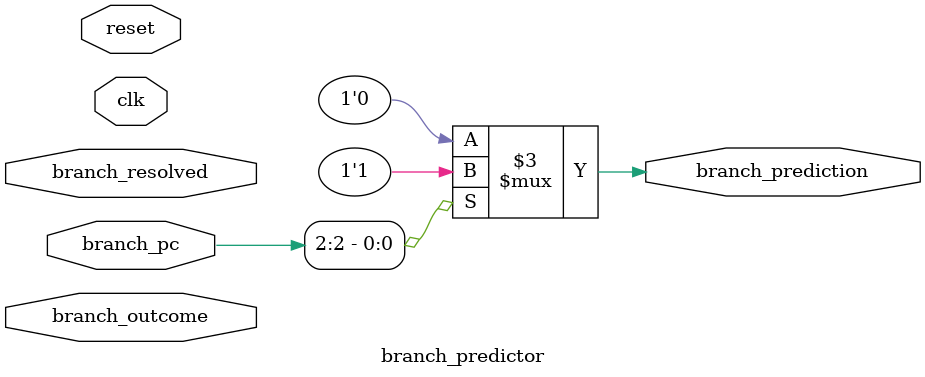
<source format=v>
module branch_predictor(
    input clk,
    input reset,
    input [31:0] branch_pc,     // PC of the branch instruction
    input branch_outcome,       // Actual branch outcome (1: taken, 0: not taken)
    input branch_resolved,      // Signal indicating branch outcome is known
    output reg branch_prediction // Branch prediction (1: taken, 0: not taken)
);

    // For now we will use a simple static predictor
    always @(*) begin
        branch_prediction = (branch_pc[2] == 1'b0) ? 1'b0 : 1'b1;
    end
endmodule
</source>
